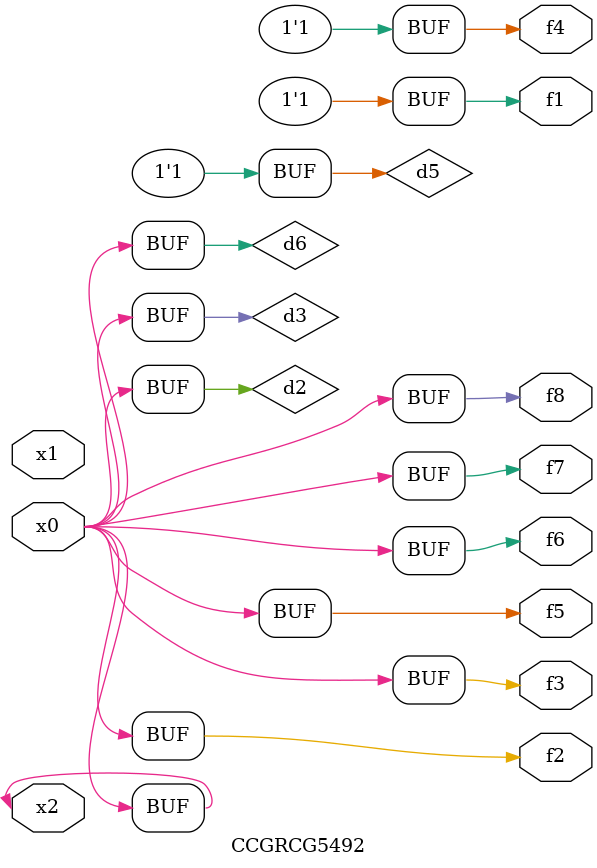
<source format=v>
module CCGRCG5492(
	input x0, x1, x2,
	output f1, f2, f3, f4, f5, f6, f7, f8
);

	wire d1, d2, d3, d4, d5, d6;

	xnor (d1, x2);
	buf (d2, x0, x2);
	and (d3, x0);
	xnor (d4, x1, x2);
	nand (d5, d1, d3);
	buf (d6, d2, d3);
	assign f1 = d5;
	assign f2 = d6;
	assign f3 = d6;
	assign f4 = d5;
	assign f5 = d6;
	assign f6 = d6;
	assign f7 = d6;
	assign f8 = d6;
endmodule

</source>
